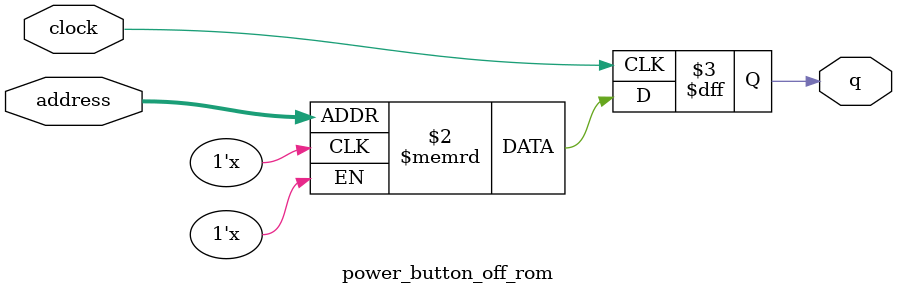
<source format=sv>
module power_button_off_rom (
	input logic clock,
	input logic [10:0] address,
	output logic [0:0] q
);

logic [0:0] memory [0:1759] /* synthesis ram_init_file = "./power_button_off/power_button_off.mif" */;

always_ff @ (posedge clock) begin
	q <= memory[address];
end

endmodule

</source>
